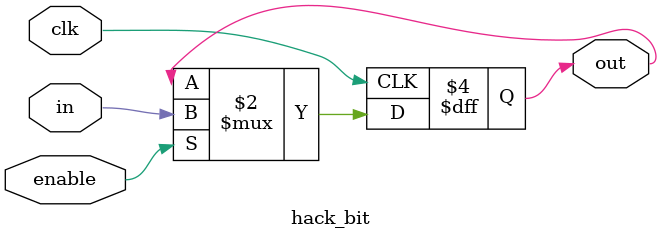
<source format=v>
module hack_bit(in,enable,clk,out);
  input   in,enable,clk;
  output  out;

  reg     out;

  always @(posedge clk) begin
    if (enable) begin
      out <= in;
    end 
  end
endmodule

</source>
